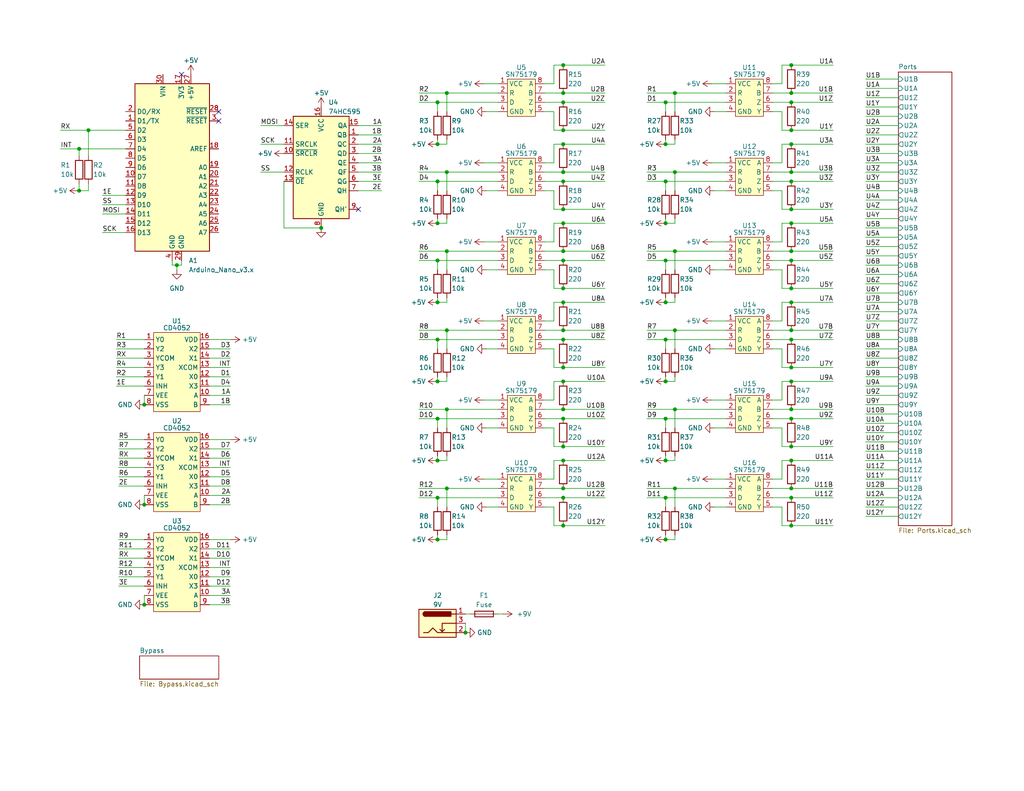
<source format=kicad_sch>
(kicad_sch (version 20230121) (generator eeschema)
  (paper "USLetter")
  (title_block (title "Magnetometer Controller") (date "2024-07-11") (rev "0.1") (company "M Morano"))
  (junction (at 48.26 72.39))
  (junction (at 215.9 121.92))
  (junction (at 181.61 49.53))
  (junction (at 119.38 104.14))
  (junction (at 215.9 57.15))
  (junction (at 153.67 111.76))
  (junction (at 184.15 133.35))
  (junction (at 153.67 121.92))
  (junction (at 21.59 52.07))
  (junction (at 119.38 82.55))
  (junction (at 119.38 71.12))
  (junction (at 87.63 62.23))
  (junction (at 119.38 49.53))
  (junction (at 153.67 143.51))
  (junction (at 153.67 100.33))
  (junction (at 153.67 125.73))
  (junction (at 153.67 25.4))
  (junction (at 215.9 114.3))
  (junction (at 153.67 46.99))
  (junction (at 181.61 27.94))
  (junction (at 153.67 135.89))
  (junction (at 153.67 39.37))
  (junction (at 119.38 135.89))
  (junction (at 119.38 125.73))
  (junction (at 215.9 143.51))
  (junction (at 215.9 111.76))
  (junction (at 153.67 82.55))
  (junction (at 215.9 68.58))
  (junction (at 181.61 114.3))
  (junction (at 39.37 165.1))
  (junction (at 119.38 92.71))
  (junction (at 215.9 100.33))
  (junction (at 119.38 27.94))
  (junction (at 21.59 40.64))
  (junction (at 215.9 92.71))
  (junction (at 153.67 71.12))
  (junction (at 184.15 90.17))
  (junction (at 215.9 133.35))
  (junction (at 184.15 46.99))
  (junction (at 184.15 111.76))
  (junction (at 153.67 49.53))
  (junction (at 119.38 60.96))
  (junction (at 24.13 35.56))
  (junction (at 121.92 111.76))
  (junction (at 153.67 17.78))
  (junction (at 121.92 25.4))
  (junction (at 215.9 35.56))
  (junction (at 215.9 71.12))
  (junction (at 153.67 92.71))
  (junction (at 153.67 27.94))
  (junction (at 215.9 82.55))
  (junction (at 215.9 49.53))
  (junction (at 215.9 25.4))
  (junction (at 121.92 90.17))
  (junction (at 181.61 104.14))
  (junction (at 215.9 39.37))
  (junction (at 153.67 133.35))
  (junction (at 215.9 78.74))
  (junction (at 215.9 27.94))
  (junction (at 153.67 68.58))
  (junction (at 119.38 114.3))
  (junction (at 181.61 92.71))
  (junction (at 215.9 125.73))
  (junction (at 181.61 71.12))
  (junction (at 121.92 68.58))
  (junction (at 153.67 90.17))
  (junction (at 184.15 68.58))
  (junction (at 215.9 17.78))
  (junction (at 153.67 78.74))
  (junction (at 153.67 114.3))
  (junction (at 153.67 60.96))
  (junction (at 181.61 135.89))
  (junction (at 181.61 82.55))
  (junction (at 215.9 60.96))
  (junction (at 215.9 135.89))
  (junction (at 153.67 35.56))
  (junction (at 39.37 137.795))
  (junction (at 184.15 25.4))
  (junction (at 215.9 46.99))
  (junction (at 153.67 57.15))
  (junction (at 181.61 125.73))
  (junction (at 127 172.72))
  (junction (at 39.37 110.49))
  (junction (at 181.61 60.96))
  (junction (at 121.92 133.35))
  (junction (at 181.61 39.37))
  (junction (at 153.67 104.14))
  (junction (at 119.38 147.32))
  (junction (at 215.9 104.14))
  (junction (at 181.61 147.32))
  (junction (at 119.38 39.37))
  (junction (at 121.92 46.99))
  (junction (at 215.9 90.17))
  (no_connect (at 59.69 33.02))
  (no_connect (at 97.79 57.15))
  (no_connect (at 49.53 20.32))
  (no_connect (at 59.69 30.48))
  (wire (pts (xy 132.08 109.22) (xy 135.89 109.22)))
  (wire (pts (xy 181.61 60.96) (xy 181.61 59.69)))
  (wire (pts (xy 215.9 125.73) (xy 227.33 125.73)))
  (wire (pts (xy 184.15 111.76) (xy 184.15 116.84)))
  (wire (pts (xy 245.11 110.49) (xy 236.22 110.49)))
  (wire (pts (xy 215.9 100.33) (xy 227.33 100.33)))
  (wire (pts (xy 24.13 35.56) (xy 24.13 42.545)))
  (wire (pts (xy 210.82 25.4) (xy 215.9 25.4)))
  (wire (pts (xy 213.36 22.86) (xy 213.36 17.78)))
  (wire (pts (xy 121.92 147.32) (xy 119.38 147.32)))
  (wire (pts (xy 153.67 114.3) (xy 165.1 114.3)))
  (wire (pts (xy 245.11 133.35) (xy 236.22 133.35)))
  (wire (pts (xy 119.38 146.05) (xy 119.38 147.32)))
  (wire (pts (xy 57.15 137.795) (xy 62.865 137.795)))
  (wire (pts (xy 213.36 35.56) (xy 215.9 35.56)))
  (wire (pts (xy 114.3 46.99) (xy 121.92 46.99)))
  (wire (pts (xy 194.31 87.63) (xy 198.12 87.63)))
  (wire (pts (xy 210.82 114.3) (xy 215.9 114.3)))
  (wire (pts (xy 210.82 30.48) (xy 213.36 30.48)))
  (wire (pts (xy 57.15 154.94) (xy 62.865 154.94)))
  (wire (pts (xy 121.92 104.14) (xy 119.38 104.14)))
  (wire (pts (xy 119.38 114.3) (xy 119.38 116.84)))
  (wire (pts (xy 57.15 135.255) (xy 62.865 135.255)))
  (wire (pts (xy 176.53 68.58) (xy 184.15 68.58)))
  (wire (pts (xy 148.59 111.76) (xy 153.67 111.76)))
  (wire (pts (xy 71.12 46.99) (xy 77.47 46.99)))
  (wire (pts (xy 213.36 17.78) (xy 215.9 17.78)))
  (wire (pts (xy 132.715 52.07) (xy 135.89 52.07)))
  (wire (pts (xy 151.13 121.92) (xy 153.67 121.92)))
  (wire (pts (xy 151.13 87.63) (xy 151.13 82.55)))
  (wire (pts (xy 32.385 122.555) (xy 39.37 122.555)))
  (wire (pts (xy 184.15 81.28) (xy 184.15 82.55)))
  (wire (pts (xy 148.59 44.45) (xy 151.13 44.45)))
  (wire (pts (xy 245.11 44.45) (xy 236.22 44.45)))
  (wire (pts (xy 213.36 87.63) (xy 213.36 82.55)))
  (wire (pts (xy 245.11 120.65) (xy 236.22 120.65)))
  (wire (pts (xy 132.08 130.81) (xy 135.89 130.81)))
  (wire (pts (xy 153.67 100.33) (xy 165.1 100.33)))
  (wire (pts (xy 181.61 135.89) (xy 198.12 135.89)))
  (wire (pts (xy 31.75 102.87) (xy 39.37 102.87)))
  (wire (pts (xy 153.67 143.51) (xy 165.1 143.51)))
  (wire (pts (xy 31.75 92.71) (xy 39.37 92.71)))
  (wire (pts (xy 245.11 41.91) (xy 236.22 41.91)))
  (wire (pts (xy 148.59 130.81) (xy 151.13 130.81)))
  (wire (pts (xy 57.15 132.715) (xy 62.865 132.715)))
  (wire (pts (xy 121.92 82.55) (xy 119.38 82.55)))
  (wire (pts (xy 32.385 147.32) (xy 39.37 147.32)))
  (wire (pts (xy 31.75 100.33) (xy 39.37 100.33)))
  (wire (pts (xy 32.385 152.4) (xy 39.37 152.4)))
  (wire (pts (xy 181.61 146.05) (xy 181.61 147.32)))
  (wire (pts (xy 32.385 154.94) (xy 39.37 154.94)))
  (wire (pts (xy 121.92 146.05) (xy 121.92 147.32)))
  (wire (pts (xy 57.15 160.02) (xy 62.865 160.02)))
  (wire (pts (xy 48.26 72.39) (xy 49.53 72.39)))
  (wire (pts (xy 32.385 120.015) (xy 39.37 120.015)))
  (wire (pts (xy 210.82 52.07) (xy 213.36 52.07)))
  (wire (pts (xy 97.79 44.45) (xy 104.14 44.45)))
  (wire (pts (xy 176.53 25.4) (xy 184.15 25.4)))
  (wire (pts (xy 215.9 27.94) (xy 227.33 27.94)))
  (wire (pts (xy 215.9 82.55) (xy 227.33 82.55)))
  (wire (pts (xy 77.47 62.23) (xy 87.63 62.23)))
  (wire (pts (xy 121.92 125.73) (xy 119.38 125.73)))
  (wire (pts (xy 215.9 121.92) (xy 227.33 121.92)))
  (wire (pts (xy 148.59 109.22) (xy 151.13 109.22)))
  (wire (pts (xy 121.92 81.28) (xy 121.92 82.55)))
  (wire (pts (xy 57.15 157.48) (xy 62.865 157.48)))
  (wire (pts (xy 119.38 114.3) (xy 135.89 114.3)))
  (wire (pts (xy 148.59 114.3) (xy 153.67 114.3)))
  (wire (pts (xy 176.53 133.35) (xy 184.15 133.35)))
  (wire (pts (xy 184.15 90.17) (xy 184.15 95.25)))
  (wire (pts (xy 57.15 122.555) (xy 62.865 122.555)))
  (wire (pts (xy 153.67 78.74) (xy 165.1 78.74)))
  (wire (pts (xy 148.59 49.53) (xy 153.67 49.53)))
  (wire (pts (xy 176.53 90.17) (xy 184.15 90.17)))
  (wire (pts (xy 210.82 71.12) (xy 215.9 71.12)))
  (wire (pts (xy 119.38 38.1) (xy 119.38 39.37)))
  (wire (pts (xy 194.945 116.84) (xy 198.12 116.84)))
  (wire (pts (xy 194.945 73.66) (xy 198.12 73.66)))
  (wire (pts (xy 49.53 72.39) (xy 49.53 71.12)))
  (wire (pts (xy 245.11 36.83) (xy 236.22 36.83)))
  (wire (pts (xy 215.9 57.15) (xy 227.33 57.15)))
  (wire (pts (xy 184.15 125.73) (xy 184.15 124.46)))
  (wire (pts (xy 210.82 49.53) (xy 215.9 49.53)))
  (wire (pts (xy 245.11 57.15) (xy 236.22 57.15)))
  (wire (pts (xy 148.59 135.89) (xy 153.67 135.89)))
  (wire (pts (xy 46.99 71.12) (xy 46.99 72.39)))
  (wire (pts (xy 151.13 95.25) (xy 151.13 100.33)))
  (wire (pts (xy 119.38 49.53) (xy 135.89 49.53)))
  (wire (pts (xy 210.82 92.71) (xy 215.9 92.71)))
  (wire (pts (xy 245.11 107.95) (xy 236.22 107.95)))
  (wire (pts (xy 245.11 34.29) (xy 236.22 34.29)))
  (wire (pts (xy 245.11 90.17) (xy 236.22 90.17)))
  (wire (pts (xy 210.82 68.58) (xy 215.9 68.58)))
  (wire (pts (xy 176.53 111.76) (xy 184.15 111.76)))
  (wire (pts (xy 119.38 71.12) (xy 119.38 73.66)))
  (wire (pts (xy 181.61 81.28) (xy 181.61 82.55)))
  (wire (pts (xy 181.61 39.37) (xy 181.61 38.1)))
  (wire (pts (xy 97.79 39.37) (xy 104.14 39.37)))
  (wire (pts (xy 184.15 25.4) (xy 184.15 30.48)))
  (wire (pts (xy 71.12 34.29) (xy 77.47 34.29)))
  (wire (pts (xy 27.94 58.42) (xy 34.29 58.42)))
  (wire (pts (xy 24.13 52.07) (xy 24.13 50.165)))
  (wire (pts (xy 114.3 92.71) (xy 119.38 92.71)))
  (wire (pts (xy 181.61 124.46) (xy 181.61 125.73)))
  (wire (pts (xy 215.9 104.14) (xy 227.33 104.14)))
  (wire (pts (xy 181.61 147.32) (xy 184.15 147.32)))
  (wire (pts (xy 151.13 125.73) (xy 153.67 125.73)))
  (wire (pts (xy 213.36 143.51) (xy 215.9 143.51)))
  (wire (pts (xy 119.38 135.89) (xy 119.38 138.43)))
  (wire (pts (xy 213.36 44.45) (xy 213.36 39.37)))
  (wire (pts (xy 210.82 73.66) (xy 213.36 73.66)))
  (wire (pts (xy 184.15 68.58) (xy 198.12 68.58)))
  (wire (pts (xy 119.38 60.96) (xy 121.92 60.96)))
  (wire (pts (xy 210.82 133.35) (xy 215.9 133.35)))
  (wire (pts (xy 121.92 133.35) (xy 121.92 138.43)))
  (wire (pts (xy 119.38 102.87) (xy 119.38 104.14)))
  (wire (pts (xy 215.9 92.71) (xy 227.33 92.71)))
  (wire (pts (xy 114.3 114.3) (xy 119.38 114.3)))
  (wire (pts (xy 119.38 27.94) (xy 135.89 27.94)))
  (wire (pts (xy 57.15 152.4) (xy 62.865 152.4)))
  (wire (pts (xy 194.945 52.07) (xy 198.12 52.07)))
  (wire (pts (xy 148.59 25.4) (xy 153.67 25.4)))
  (wire (pts (xy 132.08 22.86) (xy 135.89 22.86)))
  (wire (pts (xy 151.13 78.74) (xy 153.67 78.74)))
  (wire (pts (xy 245.11 29.21) (xy 236.22 29.21)))
  (wire (pts (xy 121.92 124.46) (xy 121.92 125.73)))
  (wire (pts (xy 97.79 52.07) (xy 104.14 52.07)))
  (wire (pts (xy 245.11 46.99) (xy 236.22 46.99)))
  (wire (pts (xy 148.59 116.84) (xy 151.13 116.84)))
  (wire (pts (xy 181.61 39.37) (xy 184.15 39.37)))
  (wire (pts (xy 57.15 95.25) (xy 62.865 95.25)))
  (wire (pts (xy 213.36 116.84) (xy 213.36 121.92)))
  (wire (pts (xy 148.59 71.12) (xy 153.67 71.12)))
  (wire (pts (xy 97.79 34.29) (xy 104.14 34.29)))
  (wire (pts (xy 213.36 57.15) (xy 215.9 57.15)))
  (wire (pts (xy 151.13 109.22) (xy 151.13 104.14)))
  (wire (pts (xy 194.31 130.81) (xy 198.12 130.81)))
  (wire (pts (xy 32.385 127.635) (xy 39.37 127.635)))
  (wire (pts (xy 57.15 125.095) (xy 62.865 125.095)))
  (wire (pts (xy 184.15 90.17) (xy 198.12 90.17)))
  (wire (pts (xy 57.15 107.95) (xy 62.865 107.95)))
  (wire (pts (xy 213.36 73.66) (xy 213.36 78.74)))
  (wire (pts (xy 215.9 71.12) (xy 227.33 71.12)))
  (wire (pts (xy 27.94 55.88) (xy 34.29 55.88)))
  (wire (pts (xy 194.31 44.45) (xy 198.12 44.45)))
  (wire (pts (xy 16.51 40.64) (xy 21.59 40.64)))
  (wire (pts (xy 245.11 100.33) (xy 236.22 100.33)))
  (wire (pts (xy 181.61 114.3) (xy 181.61 116.84)))
  (wire (pts (xy 215.9 133.35) (xy 227.33 133.35)))
  (wire (pts (xy 151.13 22.86) (xy 151.13 17.78)))
  (wire (pts (xy 114.3 111.76) (xy 121.92 111.76)))
  (wire (pts (xy 121.92 133.35) (xy 135.89 133.35)))
  (wire (pts (xy 210.82 109.22) (xy 213.36 109.22)))
  (wire (pts (xy 153.67 71.12) (xy 165.1 71.12)))
  (wire (pts (xy 181.61 71.12) (xy 198.12 71.12)))
  (wire (pts (xy 245.11 72.39) (xy 236.22 72.39)))
  (wire (pts (xy 245.11 125.73) (xy 236.22 125.73)))
  (wire (pts (xy 114.3 25.4) (xy 121.92 25.4)))
  (wire (pts (xy 132.715 73.66) (xy 135.89 73.66)))
  (wire (pts (xy 245.11 21.59) (xy 236.22 21.59)))
  (wire (pts (xy 210.82 90.17) (xy 215.9 90.17)))
  (wire (pts (xy 121.92 68.58) (xy 121.92 73.66)))
  (wire (pts (xy 245.11 74.93) (xy 236.22 74.93)))
  (wire (pts (xy 31.75 105.41) (xy 39.37 105.41)))
  (wire (pts (xy 121.92 60.96) (xy 121.92 59.69)))
  (wire (pts (xy 21.59 40.64) (xy 34.29 40.64)))
  (wire (pts (xy 132.08 44.45) (xy 135.89 44.45)))
  (wire (pts (xy 151.13 17.78) (xy 153.67 17.78)))
  (wire (pts (xy 210.82 111.76) (xy 215.9 111.76)))
  (wire (pts (xy 245.11 128.27) (xy 236.22 128.27)))
  (wire (pts (xy 62.865 147.32) (xy 57.15 147.32)))
  (wire (pts (xy 153.67 17.78) (xy 165.1 17.78)))
  (wire (pts (xy 176.53 92.71) (xy 181.61 92.71)))
  (wire (pts (xy 151.13 73.66) (xy 151.13 78.74)))
  (wire (pts (xy 114.3 68.58) (xy 121.92 68.58)))
  (wire (pts (xy 213.36 39.37) (xy 215.9 39.37)))
  (wire (pts (xy 215.9 78.74) (xy 227.33 78.74)))
  (wire (pts (xy 153.67 49.53) (xy 165.1 49.53)))
  (wire (pts (xy 148.59 52.07) (xy 151.13 52.07)))
  (wire (pts (xy 148.59 22.86) (xy 151.13 22.86)))
  (wire (pts (xy 153.67 135.89) (xy 165.1 135.89)))
  (wire (pts (xy 184.15 133.35) (xy 184.15 138.43)))
  (wire (pts (xy 213.36 78.74) (xy 215.9 78.74)))
  (wire (pts (xy 21.59 52.07) (xy 24.13 52.07)))
  (wire (pts (xy 181.61 92.71) (xy 198.12 92.71)))
  (wire (pts (xy 151.13 60.96) (xy 153.67 60.96)))
  (wire (pts (xy 245.11 87.63) (xy 236.22 87.63)))
  (wire (pts (xy 184.15 133.35) (xy 198.12 133.35)))
  (wire (pts (xy 31.75 97.79) (xy 39.37 97.79)))
  (wire (pts (xy 148.59 87.63) (xy 151.13 87.63)))
  (wire (pts (xy 215.9 60.96) (xy 227.33 60.96)))
  (wire (pts (xy 132.715 95.25) (xy 135.89 95.25)))
  (wire (pts (xy 213.36 52.07) (xy 213.36 57.15)))
  (wire (pts (xy 62.865 92.71) (xy 57.15 92.71)))
  (wire (pts (xy 57.15 100.33) (xy 62.865 100.33)))
  (wire (pts (xy 245.11 92.71) (xy 236.22 92.71)))
  (wire (pts (xy 27.94 53.34) (xy 34.29 53.34)))
  (wire (pts (xy 151.13 39.37) (xy 153.67 39.37)))
  (wire (pts (xy 148.59 92.71) (xy 153.67 92.71)))
  (wire (pts (xy 153.67 121.92) (xy 165.1 121.92)))
  (wire (pts (xy 114.3 90.17) (xy 121.92 90.17)))
  (wire (pts (xy 114.3 27.94) (xy 119.38 27.94)))
  (wire (pts (xy 97.79 46.99) (xy 104.14 46.99)))
  (wire (pts (xy 245.11 67.31) (xy 236.22 67.31)))
  (wire (pts (xy 57.15 97.79) (xy 62.865 97.79)))
  (wire (pts (xy 184.15 39.37) (xy 184.15 38.1)))
  (wire (pts (xy 184.15 46.99) (xy 198.12 46.99)))
  (wire (pts (xy 121.92 46.99) (xy 135.89 46.99)))
  (wire (pts (xy 245.11 62.23) (xy 236.22 62.23)))
  (wire (pts (xy 153.67 46.99) (xy 165.1 46.99)))
  (wire (pts (xy 245.11 82.55) (xy 236.22 82.55)))
  (wire (pts (xy 213.36 95.25) (xy 213.36 100.33)))
  (wire (pts (xy 215.9 39.37) (xy 227.33 39.37)))
  (wire (pts (xy 57.15 102.87) (xy 62.865 102.87)))
  (wire (pts (xy 21.59 50.165) (xy 21.59 52.07)))
  (wire (pts (xy 27.94 63.5) (xy 34.29 63.5)))
  (wire (pts (xy 245.11 69.85) (xy 236.22 69.85)))
  (wire (pts (xy 215.9 46.99) (xy 227.33 46.99)))
  (wire (pts (xy 213.36 30.48) (xy 213.36 35.56)))
  (wire (pts (xy 245.11 140.97) (xy 236.22 140.97)))
  (wire (pts (xy 181.61 60.96) (xy 184.15 60.96)))
  (wire (pts (xy 114.3 133.35) (xy 121.92 133.35)))
  (wire (pts (xy 77.47 49.53) (xy 77.47 62.23)))
  (wire (pts (xy 215.9 143.51) (xy 227.33 143.51)))
  (wire (pts (xy 148.59 66.04) (xy 151.13 66.04)))
  (wire (pts (xy 215.9 68.58) (xy 227.33 68.58)))
  (wire (pts (xy 194.945 138.43) (xy 198.12 138.43)))
  (wire (pts (xy 132.715 116.84) (xy 135.89 116.84)))
  (wire (pts (xy 97.79 36.83) (xy 104.14 36.83)))
  (wire (pts (xy 32.385 130.175) (xy 39.37 130.175)))
  (wire (pts (xy 121.92 102.87) (xy 121.92 104.14)))
  (wire (pts (xy 245.11 130.81) (xy 236.22 130.81)))
  (wire (pts (xy 245.11 105.41) (xy 236.22 105.41)))
  (wire (pts (xy 127 170.18) (xy 127 172.72)))
  (wire (pts (xy 153.67 92.71) (xy 165.1 92.71)))
  (wire (pts (xy 151.13 104.14) (xy 153.67 104.14)))
  (wire (pts (xy 213.36 125.73) (xy 215.9 125.73)))
  (wire (pts (xy 213.36 109.22) (xy 213.36 104.14)))
  (wire (pts (xy 245.11 123.19) (xy 236.22 123.19)))
  (wire (pts (xy 181.61 125.73) (xy 184.15 125.73)))
  (wire (pts (xy 119.38 27.94) (xy 119.38 30.48)))
  (wire (pts (xy 114.3 49.53) (xy 119.38 49.53)))
  (wire (pts (xy 176.53 114.3) (xy 181.61 114.3)))
  (wire (pts (xy 215.9 35.56) (xy 227.33 35.56)))
  (wire (pts (xy 97.79 41.91) (xy 104.14 41.91)))
  (wire (pts (xy 184.15 104.14) (xy 181.61 104.14)))
  (wire (pts (xy 210.82 46.99) (xy 215.9 46.99)))
  (wire (pts (xy 121.92 38.1) (xy 121.92 39.37)))
  (wire (pts (xy 151.13 116.84) (xy 151.13 121.92)))
  (wire (pts (xy 153.67 27.94) (xy 165.1 27.94)))
  (wire (pts (xy 213.36 60.96) (xy 215.9 60.96)))
  (wire (pts (xy 57.15 130.175) (xy 62.865 130.175)))
  (wire (pts (xy 148.59 90.17) (xy 153.67 90.17)))
  (wire (pts (xy 215.9 135.89) (xy 227.33 135.89)))
  (wire (pts (xy 210.82 130.81) (xy 213.36 130.81)))
  (wire (pts (xy 148.59 73.66) (xy 151.13 73.66)))
  (wire (pts (xy 21.59 40.64) (xy 21.59 42.545)))
  (wire (pts (xy 121.92 68.58) (xy 135.89 68.58)))
  (wire (pts (xy 151.13 138.43) (xy 151.13 143.51)))
  (wire (pts (xy 181.61 71.12) (xy 181.61 73.66)))
  (wire (pts (xy 210.82 66.04) (xy 213.36 66.04)))
  (wire (pts (xy 57.15 110.49) (xy 62.865 110.49)))
  (wire (pts (xy 210.82 22.86) (xy 213.36 22.86)))
  (wire (pts (xy 245.11 77.47) (xy 236.22 77.47)))
  (wire (pts (xy 181.61 102.87) (xy 181.61 104.14)))
  (wire (pts (xy 121.92 111.76) (xy 121.92 116.84)))
  (wire (pts (xy 153.67 111.76) (xy 165.1 111.76)))
  (wire (pts (xy 32.385 149.86) (xy 39.37 149.86)))
  (wire (pts (xy 181.61 49.53) (xy 181.61 52.07)))
  (wire (pts (xy 245.11 95.25) (xy 236.22 95.25)))
  (wire (pts (xy 153.67 25.4) (xy 165.1 25.4)))
  (wire (pts (xy 151.13 66.04) (xy 151.13 60.96)))
  (wire (pts (xy 215.9 17.78) (xy 227.33 17.78)))
  (wire (pts (xy 119.38 124.46) (xy 119.38 125.73)))
  (wire (pts (xy 39.37 135.255) (xy 39.37 137.795)))
  (wire (pts (xy 151.13 143.51) (xy 153.67 143.51)))
  (wire (pts (xy 245.11 24.13) (xy 236.22 24.13)))
  (wire (pts (xy 153.67 57.15) (xy 165.1 57.15)))
  (wire (pts (xy 57.15 105.41) (xy 62.865 105.41)))
  (wire (pts (xy 213.36 121.92) (xy 215.9 121.92)))
  (wire (pts (xy 151.13 35.56) (xy 153.67 35.56)))
  (wire (pts (xy 213.36 104.14) (xy 215.9 104.14)))
  (wire (pts (xy 194.31 66.04) (xy 198.12 66.04)))
  (wire (pts (xy 213.36 100.33) (xy 215.9 100.33)))
  (wire (pts (xy 31.75 95.25) (xy 39.37 95.25)))
  (wire (pts (xy 245.11 97.79) (xy 236.22 97.79)))
  (wire (pts (xy 176.53 71.12) (xy 181.61 71.12)))
  (wire (pts (xy 215.9 90.17) (xy 227.33 90.17)))
  (wire (pts (xy 114.3 71.12) (xy 119.38 71.12)))
  (wire (pts (xy 245.11 54.61) (xy 236.22 54.61)))
  (wire (pts (xy 215.9 114.3) (xy 227.33 114.3)))
  (wire (pts (xy 32.385 132.715) (xy 39.37 132.715)))
  (wire (pts (xy 181.61 135.89) (xy 181.61 138.43)))
  (wire (pts (xy 135.89 167.64) (xy 137.16 167.64)))
  (wire (pts (xy 153.67 35.56) (xy 165.1 35.56)))
  (wire (pts (xy 153.67 104.14) (xy 165.1 104.14)))
  (wire (pts (xy 181.61 92.71) (xy 181.61 95.25)))
  (wire (pts (xy 151.13 82.55) (xy 153.67 82.55)))
  (wire (pts (xy 121.92 25.4) (xy 121.92 30.48)))
  (wire (pts (xy 210.82 138.43) (xy 213.36 138.43)))
  (wire (pts (xy 151.13 57.15) (xy 153.67 57.15)))
  (wire (pts (xy 184.15 147.32) (xy 184.15 146.05)))
  (wire (pts (xy 121.92 46.99) (xy 121.92 52.07)))
  (wire (pts (xy 153.67 60.96) (xy 165.1 60.96)))
  (wire (pts (xy 213.36 66.04) (xy 213.36 60.96)))
  (wire (pts (xy 32.385 125.095) (xy 39.37 125.095)))
  (wire (pts (xy 210.82 116.84) (xy 213.36 116.84)))
  (wire (pts (xy 181.61 27.94) (xy 181.61 30.48)))
  (wire (pts (xy 32.385 160.02) (xy 39.37 160.02)))
  (wire (pts (xy 148.59 68.58) (xy 153.67 68.58)))
  (wire (pts (xy 210.82 27.94) (xy 215.9 27.94)))
  (wire (pts (xy 121.92 111.76) (xy 135.89 111.76)))
  (wire (pts (xy 245.11 113.03) (xy 236.22 113.03)))
  (wire (pts (xy 24.13 35.56) (xy 34.29 35.56)))
  (wire (pts (xy 176.53 27.94) (xy 181.61 27.94)))
  (wire (pts (xy 153.67 82.55) (xy 165.1 82.55)))
  (wire (pts (xy 181.61 49.53) (xy 198.12 49.53)))
  (wire (pts (xy 194.945 95.25) (xy 198.12 95.25)))
  (wire (pts (xy 121.92 39.37) (xy 119.38 39.37)))
  (wire (pts (xy 32.385 157.48) (xy 39.37 157.48)))
  (wire (pts (xy 215.9 111.76) (xy 227.33 111.76)))
  (wire (pts (xy 245.11 85.09) (xy 236.22 85.09)))
  (wire (pts (xy 213.36 138.43) (xy 213.36 143.51)))
  (wire (pts (xy 114.3 135.89) (xy 119.38 135.89)))
  (wire (pts (xy 148.59 138.43) (xy 151.13 138.43)))
  (wire (pts (xy 39.37 162.56) (xy 39.37 165.1)))
  (wire (pts (xy 119.38 92.71) (xy 119.38 95.25)))
  (wire (pts (xy 121.92 90.17) (xy 121.92 95.25)))
  (wire (pts (xy 148.59 95.25) (xy 151.13 95.25)))
  (wire (pts (xy 57.15 127.635) (xy 62.865 127.635)))
  (wire (pts (xy 153.67 125.73) (xy 165.1 125.73)))
  (wire (pts (xy 132.715 138.43) (xy 135.89 138.43)))
  (wire (pts (xy 46.99 72.39) (xy 48.26 72.39)))
  (wire (pts (xy 181.61 27.94) (xy 198.12 27.94)))
  (wire (pts (xy 245.11 138.43) (xy 236.22 138.43)))
  (wire (pts (xy 213.36 130.81) (xy 213.36 125.73)))
  (wire (pts (xy 119.38 71.12) (xy 135.89 71.12)))
  (wire (pts (xy 213.36 82.55) (xy 215.9 82.55)))
  (wire (pts (xy 245.11 59.69) (xy 236.22 59.69)))
  (wire (pts (xy 127 167.64) (xy 128.27 167.64)))
  (wire (pts (xy 151.13 52.07) (xy 151.13 57.15)))
  (wire (pts (xy 176.53 46.99) (xy 184.15 46.99)))
  (wire (pts (xy 176.53 49.53) (xy 181.61 49.53)))
  (wire (pts (xy 153.67 68.58) (xy 165.1 68.58)))
  (wire (pts (xy 184.15 111.76) (xy 198.12 111.76)))
  (wire (pts (xy 97.79 49.53) (xy 104.14 49.53)))
  (wire (pts (xy 132.715 30.48) (xy 135.89 30.48)))
  (wire (pts (xy 119.38 81.28) (xy 119.38 82.55)))
  (wire (pts (xy 121.92 90.17) (xy 135.89 90.17)))
  (wire (pts (xy 215.9 25.4) (xy 227.33 25.4)))
  (wire (pts (xy 39.37 107.95) (xy 39.37 110.49)))
  (wire (pts (xy 57.15 165.1) (xy 62.865 165.1)))
  (wire (pts (xy 57.15 162.56) (xy 62.865 162.56)))
  (wire (pts (xy 151.13 100.33) (xy 153.67 100.33)))
  (wire (pts (xy 148.59 30.48) (xy 151.13 30.48)))
  (wire (pts (xy 132.08 87.63) (xy 135.89 87.63)))
  (wire (pts (xy 71.12 39.37) (xy 77.47 39.37)))
  (wire (pts (xy 151.13 30.48) (xy 151.13 35.56)))
  (wire (pts (xy 16.51 35.56) (xy 24.13 35.56)))
  (wire (pts (xy 245.11 49.53) (xy 236.22 49.53)))
  (wire (pts (xy 153.67 133.35) (xy 165.1 133.35)))
  (wire (pts (xy 119.38 49.53) (xy 119.38 52.07)))
  (wire (pts (xy 194.31 22.86) (xy 198.12 22.86)))
  (wire (pts (xy 184.15 25.4) (xy 198.12 25.4)))
  (wire (pts (xy 194.31 109.22) (xy 198.12 109.22)))
  (wire (pts (xy 184.15 60.96) (xy 184.15 59.69)))
  (wire (pts (xy 245.11 135.89) (xy 236.22 135.89)))
  (wire (pts (xy 184.15 68.58) (xy 184.15 73.66)))
  (wire (pts (xy 153.67 90.17) (xy 165.1 90.17)))
  (wire (pts (xy 119.38 92.71) (xy 135.89 92.71)))
  (wire (pts (xy 151.13 130.81) (xy 151.13 125.73)))
  (wire (pts (xy 210.82 135.89) (xy 215.9 135.89)))
  (wire (pts (xy 245.11 52.07) (xy 236.22 52.07)))
  (wire (pts (xy 215.9 49.53) (xy 227.33 49.53)))
  (wire (pts (xy 245.11 39.37) (xy 236.22 39.37)))
  (wire (pts (xy 132.08 66.04) (xy 135.89 66.04)))
  (wire (pts (xy 245.11 80.01) (xy 236.22 80.01)))
  (wire (pts (xy 194.945 30.48) (xy 198.12 30.48)))
  (wire (pts (xy 184.15 102.87) (xy 184.15 104.14)))
  (wire (pts (xy 176.53 135.89) (xy 181.61 135.89)))
  (wire (pts (xy 245.11 115.57) (xy 236.22 115.57)))
  (wire (pts (xy 57.15 149.86) (xy 62.865 149.86)))
  (wire (pts (xy 210.82 87.63) (xy 213.36 87.63)))
  (wire (pts (xy 245.11 64.77) (xy 236.22 64.77)))
  (wire (pts (xy 245.11 102.87) (xy 236.22 102.87)))
  (wire (pts (xy 245.11 118.11) (xy 236.22 118.11)))
  (wire (pts (xy 245.11 26.67) (xy 236.22 26.67)))
  (wire (pts (xy 148.59 46.99) (xy 153.67 46.99)))
  (wire (pts (xy 184.15 46.99) (xy 184.15 52.07)))
  (wire (pts (xy 119.38 135.89) (xy 135.89 135.89)))
  (wire (pts (xy 184.15 82.55) (xy 181.61 82.55)))
  (wire (pts (xy 210.82 44.45) (xy 213.36 44.45)))
  (wire (pts (xy 151.13 44.45) (xy 151.13 39.37)))
  (wire (pts (xy 148.59 27.94) (xy 153.67 27.94)))
  (wire (pts (xy 121.92 25.4) (xy 135.89 25.4)))
  (wire (pts (xy 62.865 120.015) (xy 57.15 120.015)))
  (wire (pts (xy 245.11 31.75) (xy 236.22 31.75)))
  (wire (pts (xy 181.61 114.3) (xy 198.12 114.3)))
  (wire (pts (xy 48.26 72.39) (xy 48.26 73.66)))
  (wire (pts (xy 119.38 59.69) (xy 119.38 60.96)))
  (wire (pts (xy 210.82 95.25) (xy 213.36 95.25)))
  (wire (pts (xy 148.59 133.35) (xy 153.67 133.35)))
  (wire (pts (xy 153.67 39.37) (xy 165.1 39.37)))
  (label "R8" (at 32.385 127.635 0))
  (label "R10" (at 32.385 157.48 0))
  (label "U4Z" (at 236.22 57.15 0))
  (label "U7Z" (at 236.22 87.63 0))
  (label "R11" (at 176.53 133.35 0))
  (label "D4" (at 114.3 49.53 0))
  (label "U12Y" (at 165.1 143.51 180))
  (label "R3" (at 31.75 95.25 0))
  (label "D9" (at 176.53 114.3 0))
  (label "U8A" (at 236.22 95.25 0))
  (label "U3B" (at 227.33 46.99 180))
  (label "U11B" (at 227.33 133.35 180))
  (label "U3Z" (at 227.33 49.53 180))
  (label "D11" (at 176.53 135.89 0))
  (label "3E" (at 104.14 49.53 180))
  (label "R6" (at 32.385 130.175 0))
  (label "U12B" (at 165.1 133.35 180))
  (label "U1Y" (at 236.22 29.21 0))
  (label "R1" (at 31.75 92.71 0))
  (label "R4" (at 114.3 46.99 0))
  (label "R7" (at 32.385 122.555 0))
  (label "U3B" (at 236.22 41.91 0))
  (label "U5B" (at 236.22 62.23 0))
  (label "U9A" (at 227.33 104.14 180))
  (label "2E" (at 104.14 52.07 180))
  (label "D12" (at 62.865 160.02 180))
  (label "U11B" (at 236.22 123.19 0))
  (label "U9Y" (at 227.33 121.92 180))
  (label "U6Z" (at 165.1 71.12 180))
  (label "D7" (at 176.53 92.71 0))
  (label "1E" (at 31.75 105.41 0))
  (label "MOSI" (at 27.94 58.42 0))
  (label "SCK" (at 71.12 39.37 0))
  (label "D10" (at 114.3 114.3 0))
  (label "D1" (at 62.865 102.87 180))
  (label "D11" (at 62.865 149.86 180))
  (label "U9Z" (at 227.33 114.3 180))
  (label "U2B" (at 165.1 25.4 180))
  (label "U11Z" (at 236.22 128.27 0))
  (label "U10Z" (at 165.1 114.3 180))
  (label "U11Z" (at 227.33 135.89 180))
  (label "U10Y" (at 165.1 121.92 180))
  (label "U11Y" (at 236.22 130.81 0))
  (label "U11Y" (at 227.33 143.51 180))
  (label "U10B" (at 236.22 113.03 0))
  (label "R2" (at 31.75 102.87 0))
  (label "U5Z" (at 236.22 67.31 0))
  (label "U4A" (at 236.22 54.61 0))
  (label "3E" (at 32.385 160.02 0))
  (label "U1A" (at 227.33 17.78 180))
  (label "U6Y" (at 165.1 78.74 180))
  (label "D12" (at 114.3 135.89 0))
  (label "RX" (at 32.385 125.095 0))
  (label "U9B" (at 227.33 111.76 180))
  (label "D5" (at 176.53 71.12 0))
  (label "U8Y" (at 236.22 100.33 0))
  (label "U3Z" (at 236.22 46.99 0))
  (label "U6Z" (at 236.22 77.47 0))
  (label "R12" (at 114.3 133.35 0))
  (label "U2A" (at 165.1 17.78 180))
  (label "U8A" (at 165.1 82.55 180))
  (label "D3" (at 62.865 95.25 180))
  (label "R9" (at 32.385 147.32 0))
  (label "U6B" (at 165.1 68.58 180))
  (label "U2A" (at 236.22 34.29 0))
  (label "U12Y" (at 236.22 140.97 0))
  (label "U12Z" (at 165.1 135.89 180))
  (label "U12A" (at 165.1 125.73 180))
  (label "D4" (at 62.865 105.41 180))
  (label "R10" (at 114.3 111.76 0))
  (label "R11" (at 32.385 149.86 0))
  (label "RX" (at 31.75 97.79 0))
  (label "D10" (at 62.865 152.4 180))
  (label "D1" (at 176.53 27.94 0))
  (label "U1Y" (at 227.33 35.56 180))
  (label "2A" (at 62.865 135.255 180))
  (label "3A" (at 104.14 44.45 180))
  (label "U3A" (at 227.33 39.37 180))
  (label "D2" (at 62.865 97.79 180))
  (label "U5Y" (at 227.33 78.74 180))
  (label "U2Y" (at 165.1 35.56 180))
  (label "U6Y" (at 236.22 80.01 0))
  (label "D6" (at 62.865 125.095 180))
  (label "U3A" (at 236.22 44.45 0))
  (label "U1A" (at 236.22 24.13 0))
  (label "U9A" (at 236.22 105.41 0))
  (label "U1Z" (at 236.22 26.67 0))
  (label "U10A" (at 236.22 115.57 0))
  (label "INT" (at 62.865 100.33 180))
  (label "U10Y" (at 236.22 120.65 0))
  (label "2B" (at 62.865 137.795 180))
  (label "INT" (at 62.865 127.635 180))
  (label "D6" (at 114.3 71.12 0))
  (label "U6A" (at 165.1 60.96 180))
  (label "1B" (at 104.14 36.83 180))
  (label "U8Z" (at 165.1 92.71 180))
  (label "U2Y" (at 236.22 39.37 0))
  (label "U3Y" (at 236.22 49.53 0))
  (label "U12A" (at 236.22 135.89 0))
  (label "D7" (at 62.865 122.555 180))
  (label "U2B" (at 236.22 31.75 0))
  (label "U4B" (at 165.1 46.99 180))
  (label "U12B" (at 236.22 133.35 0))
  (label "1A" (at 104.14 34.29 180))
  (label "2B" (at 104.14 41.91 180))
  (label "RX" (at 32.385 152.4 0))
  (label "MOSI" (at 71.12 34.29 0))
  (label "U2Z" (at 236.22 36.83 0))
  (label "U1B" (at 227.33 25.4 180))
  (label "U5B" (at 227.33 68.58 180))
  (label "U5Y" (at 236.22 69.85 0))
  (label "R8" (at 114.3 90.17 0))
  (label "U10A" (at 165.1 104.14 180))
  (label "U11A" (at 236.22 125.73 0))
  (label "3B" (at 62.865 165.1 180))
  (label "D9" (at 62.865 157.48 180))
  (label "U3Y" (at 227.33 57.15 180))
  (label "R5" (at 32.385 120.015 0))
  (label "2A" (at 104.14 39.37 180))
  (label "U7Y" (at 227.33 100.33 180))
  (label "U6B" (at 236.22 72.39 0))
  (label "U8B" (at 165.1 90.17 180))
  (label "U9B" (at 236.22 102.87 0))
  (label "U5Z" (at 227.33 71.12 180))
  (label "U4B" (at 236.22 52.07 0))
  (label "3A" (at 62.865 162.56 180))
  (label "U12Z" (at 236.22 138.43 0))
  (label "R12" (at 32.385 154.94 0))
  (label "1A" (at 62.865 107.95 180))
  (label "SCK" (at 27.94 63.5 0))
  (label "U7B" (at 227.33 90.17 180))
  (label "D2" (at 114.3 27.94 0))
  (label "U9Y" (at 236.22 110.49 0))
  (label "R2" (at 114.3 25.4 0))
  (label "1B" (at 62.865 110.49 180))
  (label "U1Z" (at 227.33 27.94 180))
  (label "U4Y" (at 165.1 57.15 180))
  (label "R5" (at 176.53 68.58 0))
  (label "D5" (at 62.865 130.175 180))
  (label "U7Y" (at 236.22 90.17 0))
  (label "U10B" (at 165.1 111.76 180))
  (label "U10Z" (at 236.22 118.11 0))
  (label "U7A" (at 236.22 85.09 0))
  (label "U8Z" (at 236.22 97.79 0))
  (label "U7A" (at 227.33 82.55 180))
  (label "U5A" (at 236.22 64.77 0))
  (label "U5A" (at 227.33 60.96 180))
  (label "R7" (at 176.53 90.17 0))
  (label "RX" (at 16.51 35.56 0))
  (label "R3" (at 176.53 46.99 0))
  (label "U7B" (at 236.22 82.55 0))
  (label "D8" (at 62.865 132.715 180))
  (label "D3" (at 176.53 49.53 0))
  (label "R1" (at 176.53 25.4 0))
  (label "INT" (at 16.51 40.64 0))
  (label "U8B" (at 236.22 92.71 0))
  (label "1E" (at 27.94 53.34 0))
  (label "INT" (at 62.865 154.94 180))
  (label "3B" (at 104.14 46.99 180))
  (label "D8" (at 114.3 92.71 0))
  (label "2E" (at 32.385 132.715 0))
  (label "R4" (at 31.75 100.33 0))
  (label "U2Z" (at 165.1 27.94 180))
  (label "U6A" (at 236.22 74.93 0))
  (label "U11A" (at 227.33 125.73 180))
  (label "SS" (at 27.94 55.88 0))
  (label "U8Y" (at 165.1 100.33 180))
  (label "U1B" (at 236.22 21.59 0))
  (label "U7Z" (at 227.33 92.71 180))
  (label "R6" (at 114.3 68.58 0))
  (label "SS" (at 71.12 46.99 0))
  (label "U9Z" (at 236.22 107.95 0))
  (label "U4Z" (at 165.1 49.53 180))
  (label "U4A" (at 165.1 39.37 180))
  (label "R9" (at 176.53 111.76 0))
  (label "U4Y" (at 236.22 59.69 0))
  (symbol (lib_id "power:+5V") (at 181.61 147.32 90) (unit 1)
    (property "Reference" "#PWR018" (effects hide))
    (property "Value" "+5V" (at 178.435 147.32 90) (effects (justify left)))
  )
  (symbol (lib_id "power:+5V") (at 119.38 147.32 90) (unit 1)
    (property "Reference" "#PWR031" (effects hide))
    (property "Value" "+5V" (at 116.205 147.32 90) (effects (justify left)))
  )
  (symbol (lib_id "power:+5V") (at 52.07 20.32 0) (unit 1)
    (property "Reference" "#PWR06" (effects hide))
    (property "Value" "+5V" (at 52.07 16.51 0))
  )
  (symbol (lib_id "Device:R") (at 153.67 21.59 0) (unit 1)
    (property "Reference" "R15" (at 154.94 20.32 0) (effects (justify left)))
    (property "Value" "220" (at 154.94 22.86 0) (effects (justify left)))
    (property "Footprint" "Resistor_SMD:R_0603_1608Metric" (effects hide))
  )
  (symbol (lib_id "Device:R") (at 181.61 77.47 0) (unit 1)
    (property "Reference" "R29" (at 176.53 76.2 0) (effects (justify left)))
    (property "Value" "10k" (at 176.53 78.74 0) (effects (justify left)))
    (property "Footprint" "Resistor_SMD:R_0603_1608Metric" (effects hide))
  )
  (symbol (lib_id "power:+5V") (at 132.08 22.86 90) (unit 1)
    (property "Reference" "#PWR019" (effects hide))
    (property "Value" "+5V" (at 128.905 22.86 90) (effects (justify left)))
  )
  (symbol (lib_id "power:GND") (at 132.715 116.84 270) (unit 1)
    (property "Reference" "#PWR029" (effects hide))
    (property "Value" "GND" (at 129.54 116.84 90) (effects (justify right)))
  )
  (symbol (lib_id "components:SN75179") (at 204.47 134.62 0) (unit 1)
    (property "Reference" "U16" (at 204.47 126.365 0))
    (property "Value" "SN75179" (at 204.47 128.27 0))
    (property "Footprint" "Package_SO:SOIC-8_3.9x4.9mm_P1.27mm" (effects hide))
  )
  (symbol (lib_id "Device:R") (at 184.15 120.65 0) (unit 1)
    (property "Reference" "R37" (at 185.42 119.38 0) (effects (justify left)))
    (property "Value" "10k" (at 185.42 121.92 0) (effects (justify left)))
    (property "Footprint" "Resistor_SMD:R_0603_1608Metric" (effects hide))
  )
  (symbol (lib_id "power:+5V") (at 181.61 60.96 90) (unit 1)
    (property "Reference" "#PWR014" (effects hide))
    (property "Value" "+5V" (at 178.435 60.96 90) (effects (justify left)))
  )
  (symbol (lib_id "power:GND") (at 132.715 30.48 270) (unit 1)
    (property "Reference" "#PWR025" (effects hide))
    (property "Value" "GND" (at 129.54 30.48 90) (effects (justify right)))
  )
  (symbol (lib_id "power:+5V") (at 62.865 120.015 270) (unit 1)
    (property "Reference" "#PWR08" (effects hide))
    (property "Value" "+5V" (at 66.04 120.015 90) (effects (justify left)))
  )
  (symbol (lib_id "Device:R") (at 184.15 99.06 0) (unit 1)
    (property "Reference" "R36" (at 185.42 97.79 0) (effects (justify left)))
    (property "Value" "10k" (at 185.42 100.33 0) (effects (justify left)))
    (property "Footprint" "Resistor_SMD:R_0603_1608Metric" (effects hide))
  )
  (symbol (lib_id "power:GND") (at 194.945 138.43 270) (unit 1)
    (property "Reference" "#PWR048" (effects hide))
    (property "Value" "GND" (at 191.77 138.43 90) (effects (justify right)))
  )
  (symbol (lib_id "Device:R") (at 121.92 77.47 0) (unit 1)
    (property "Reference" "R11" (at 123.19 76.2 0) (effects (justify left)))
    (property "Value" "10k" (at 123.19 78.74 0) (effects (justify left)))
    (property "Footprint" "Resistor_SMD:R_0603_1608Metric" (effects hide))
  )
  (symbol (lib_id "Device:R") (at 215.9 107.95 0) (unit 1)
    (property "Reference" "R47" (at 217.17 106.68 0) (effects (justify left)))
    (property "Value" "220" (at 217.17 109.22 0) (effects (justify left)))
    (property "Footprint" "Resistor_SMD:R_0603_1608Metric" (effects hide))
  )
  (symbol (lib_id "power:GND") (at 132.715 52.07 270) (unit 1)
    (property "Reference" "#PWR026" (effects hide))
    (property "Value" "GND" (at 129.54 52.07 90) (effects (justify right)))
  )
  (symbol (lib_id "Device:R") (at 184.15 34.29 0) (unit 1)
    (property "Reference" "R33" (at 185.42 33.02 0) (effects (justify left)))
    (property "Value" "10k" (at 185.42 35.56 0) (effects (justify left)))
    (property "Footprint" "Resistor_SMD:R_0603_1608Metric" (effects hide))
  )
  (symbol (lib_id "MCU_Module:Arduino_Nano_v3.x") (at 46.99 45.72 0) (unit 1)
    (property "Reference" "A1" (at 51.4859 71.12 0) (effects (justify left)))
    (property "Value" "Arduino_Nano_v3.x" (at 51.4859 73.66 0) (effects (justify left)))
    (property "Footprint" "Module:Arduino_Nano" (effects hide))
    (property "Datasheet" "http://www.mouser.com/pdfdocs/Gravitech_Arduino_Nano3_0.pdf" (effects hide))
  )
  (symbol (lib_id "components:SN75179") (at 204.47 113.03 0) (unit 1)
    (property "Reference" "U15" (at 204.47 104.775 0))
    (property "Value" "SN75179" (at 204.47 106.68 0))
    (property "Footprint" "Package_SO:SOIC-8_3.9x4.9mm_P1.27mm" (effects hide))
  )
  (symbol (lib_id "Device:R") (at 215.9 129.54 0) (unit 1)
    (property "Reference" "R49" (at 217.17 128.27 0) (effects (justify left)))
    (property "Value" "220" (at 217.17 130.81 0) (effects (justify left)))
    (property "Footprint" "Resistor_SMD:R_0603_1608Metric" (effects hide))
  )
  (symbol (lib_id "power:GND") (at 127 172.72 90) (unit 1)
    (property "Reference" "#PWR077" (effects hide))
    (property "Value" "GND" (at 130.175 172.72 90) (effects (justify right)))
  )
  (symbol (lib_id "Device:R") (at 184.15 142.24 0) (unit 1)
    (property "Reference" "R38" (at 185.42 140.97 0) (effects (justify left)))
    (property "Value" "10k" (at 185.42 143.51 0) (effects (justify left)))
    (property "Footprint" "Resistor_SMD:R_0603_1608Metric" (effects hide))
  )
  (symbol (lib_id "Device:R") (at 181.61 99.06 0) (unit 1)
    (property "Reference" "R30" (at 176.53 97.79 0) (effects (justify left)))
    (property "Value" "10k" (at 176.53 100.33 0) (effects (justify left)))
    (property "Footprint" "Resistor_SMD:R_0603_1608Metric" (effects hide))
  )
  (symbol (lib_id "Device:R") (at 153.67 53.34 0) (unit 1)
    (property "Reference" "R18" (at 154.94 52.07 0) (effects (justify left)))
    (property "Value" "220" (at 154.94 54.61 0) (effects (justify left)))
    (property "Footprint" "Resistor_SMD:R_0603_1608Metric" (effects hide))
  )
  (symbol (lib_id "power:GND") (at 194.945 116.84 270) (unit 1)
    (property "Reference" "#PWR047" (effects hide))
    (property "Value" "GND" (at 191.77 116.84 90) (effects (justify right)))
  )
  (symbol (lib_id "components:CD4052") (at 48.26 101.6 0) (unit 1)
    (property "Reference" "U1" (at 48.26 87.63 0))
    (property "Value" "CD4052" (at 48.26 89.535 0))
    (property "Footprint" "Package_SO:SOIC-16_3.9x9.9mm_P1.27mm" (effects hide))
  )
  (symbol (lib_id "power:+5V") (at 87.63 29.21 0) (unit 1)
    (property "Reference" "#PWR011" (effects hide))
    (property "Value" "+5V" (at 87.63 25.4 0))
  )
  (symbol (lib_id "Device:R") (at 215.9 96.52 0) (unit 1)
    (property "Reference" "R46" (at 217.17 95.25 0) (effects (justify left)))
    (property "Value" "220" (at 217.17 97.79 0) (effects (justify left)))
    (property "Footprint" "Resistor_SMD:R_0603_1608Metric" (effects hide))
  )
  (symbol (lib_id "components:CD4052") (at 48.26 156.21 0) (unit 1)
    (property "Reference" "U3" (at 48.26 142.24 0))
    (property "Value" "CD4052" (at 48.26 144.145 0))
    (property "Footprint" "Package_SO:SOIC-16_3.9x9.9mm_P1.27mm" (effects hide))
  )
  (symbol (lib_id "power:+5V") (at 194.31 87.63 90) (unit 1)
    (property "Reference" "#PWR040" (effects hide))
    (property "Value" "+5V" (at 191.135 87.63 90) (effects (justify left)))
  )
  (symbol (lib_id "power:+5V") (at 194.31 130.81 90) (unit 1)
    (property "Reference" "#PWR042" (effects hide))
    (property "Value" "+5V" (at 191.135 130.81 90) (effects (justify left)))
  )
  (symbol (lib_id "Device:R") (at 153.67 31.75 0) (unit 1)
    (property "Reference" "R16" (at 154.94 30.48 0) (effects (justify left)))
    (property "Value" "220" (at 154.94 33.02 0) (effects (justify left)))
    (property "Footprint" "Resistor_SMD:R_0603_1608Metric" (effects hide))
  )
  (symbol (lib_id "Device:R") (at 181.61 142.24 0) (unit 1)
    (property "Reference" "R32" (at 176.53 140.97 0) (effects (justify left)))
    (property "Value" "10k" (at 176.53 143.51 0) (effects (justify left)))
    (property "Footprint" "Resistor_SMD:R_0603_1608Metric" (effects hide))
  )
  (symbol (lib_id "power:+5V") (at 77.47 41.91 90) (unit 1)
    (property "Reference" "#PWR010" (effects hide))
    (property "Value" "+5V" (at 74.295 41.91 90) (effects (justify left)))
  )
  (symbol (lib_id "Connector:Barrel_Jack_Switch") (at 119.38 170.18 0) (unit 1)
    (property "Reference" "J2" (at 119.38 162.56 0))
    (property "Value" "9V" (at 119.38 165.1 0))
    (property "Footprint" "components:CUI_PJ-002BH" (effects hide))
  )
  (symbol (lib_id "power:+5V") (at 132.08 130.81 90) (unit 1)
    (property "Reference" "#PWR024" (effects hide))
    (property "Value" "+5V" (at 128.905 130.81 90) (effects (justify left)))
  )
  (symbol (lib_id "Device:R") (at 181.61 34.29 0) (unit 1)
    (property "Reference" "R27" (at 176.53 33.02 0) (effects (justify left)))
    (property "Value" "10k" (at 176.53 35.56 0) (effects (justify left)))
    (property "Footprint" "Resistor_SMD:R_0603_1608Metric" (effects hide))
  )
  (symbol (lib_id "Device:R") (at 215.9 64.77 0) (unit 1)
    (property "Reference" "R43" (at 217.17 63.5 0) (effects (justify left)))
    (property "Value" "220" (at 217.17 66.04 0) (effects (justify left)))
    (property "Footprint" "Resistor_SMD:R_0603_1608Metric" (effects hide))
  )
  (symbol (lib_id "Device:Fuse") (at 132.08 167.64 90) (unit 1)
    (property "Reference" "F1" (at 132.08 162.56 90))
    (property "Value" "Fuse" (at 132.08 165.1 90))
    (property "Footprint" "components:0031.7701.22" (effects hide))
  )
  (symbol (lib_id "Device:R") (at 119.38 99.06 0) (unit 1)
    (property "Reference" "R6" (at 114.3 97.79 0) (effects (justify left)))
    (property "Value" "10k" (at 114.3 100.33 0) (effects (justify left)))
    (property "Footprint" "Resistor_SMD:R_0603_1608Metric" (effects hide))
  )
  (symbol (lib_id "power:GND") (at 194.945 95.25 270) (unit 1)
    (property "Reference" "#PWR046" (effects hide))
    (property "Value" "GND" (at 191.77 95.25 90) (effects (justify right)))
  )
  (symbol (lib_id "Device:R") (at 153.67 118.11 0) (unit 1)
    (property "Reference" "R24" (at 154.94 116.84 0) (effects (justify left)))
    (property "Value" "220" (at 154.94 119.38 0) (effects (justify left)))
    (property "Footprint" "Resistor_SMD:R_0603_1608Metric" (effects hide))
  )
  (symbol (lib_id "components:SN75179") (at 142.24 91.44 0) (unit 1)
    (property "Reference" "U8" (at 142.24 83.185 0))
    (property "Value" "SN75179" (at 142.24 85.09 0))
    (property "Footprint" "Package_SO:SOIC-8_3.9x4.9mm_P1.27mm" (effects hide))
  )
  (symbol (lib_id "power:+5V") (at 181.61 39.37 90) (unit 1)
    (property "Reference" "#PWR013" (effects hide))
    (property "Value" "+5V" (at 178.435 39.37 90) (effects (justify left)))
  )
  (symbol (lib_id "Device:R") (at 181.61 120.65 0) (unit 1)
    (property "Reference" "R31" (at 176.53 119.38 0) (effects (justify left)))
    (property "Value" "10k" (at 176.53 121.92 0) (effects (justify left)))
    (property "Footprint" "Resistor_SMD:R_0603_1608Metric" (effects hide))
  )
  (symbol (lib_id "power:+5V") (at 119.38 82.55 90) (unit 1)
    (property "Reference" "#PWR034" (effects hide))
    (property "Value" "+5V" (at 116.205 82.55 90) (effects (justify left)))
  )
  (symbol (lib_id "components:SN75179") (at 142.24 113.03 0) (unit 1)
    (property "Reference" "U9" (at 142.24 104.775 0))
    (property "Value" "SN75179" (at 142.24 106.68 0))
    (property "Footprint" "Package_SO:SOIC-8_3.9x4.9mm_P1.27mm" (effects hide))
  )
  (symbol (lib_id "power:+5V") (at 119.38 104.14 90) (unit 1)
    (property "Reference" "#PWR033" (effects hide))
    (property "Value" "+5V" (at 116.205 104.14 90) (effects (justify left)))
  )
  (symbol (lib_id "74xx:74HC595") (at 87.63 44.45 0) (unit 1)
    (property "Reference" "U4" (at 89.5859 27.94 0) (effects (justify left)))
    (property "Value" "74HC595" (at 89.5859 30.48 0) (effects (justify left)))
    (property "Footprint" "Package_SO:SOIC-16_3.9x9.9mm_P1.27mm" (effects hide))
    (property "Datasheet" "http://www.ti.com/lit/ds/symlink/sn74hc595.pdf" (effects hide))
  )
  (symbol (lib_id "power:GND") (at 39.37 137.795 270) (unit 1)
    (property "Reference" "#PWR03" (effects hide))
    (property "Value" "GND" (at 36.195 137.795 90) (effects (justify right)))
  )
  (symbol (lib_id "power:+5V") (at 181.61 104.14 90) (unit 1)
    (property "Reference" "#PWR016" (effects hide))
    (property "Value" "+5V" (at 178.435 104.14 90) (effects (justify left)))
  )
  (symbol (lib_id "power:+5V") (at 132.08 109.22 90) (unit 1)
    (property "Reference" "#PWR023" (effects hide))
    (property "Value" "+5V" (at 128.905 109.22 90) (effects (justify left)))
  )
  (symbol (lib_id "power:+5V") (at 194.31 44.45 90) (unit 1)
    (property "Reference" "#PWR038" (effects hide))
    (property "Value" "+5V" (at 191.135 44.45 90) (effects (justify left)))
  )
  (symbol (lib_id "Device:R") (at 215.9 31.75 0) (unit 1)
    (property "Reference" "R40" (at 217.17 30.48 0) (effects (justify left)))
    (property "Value" "220" (at 217.17 33.02 0) (effects (justify left)))
    (property "Footprint" "Resistor_SMD:R_0603_1608Metric" (effects hide))
  )
  (symbol (lib_id "power:+5V") (at 132.08 66.04 90) (unit 1)
    (property "Reference" "#PWR021" (effects hide))
    (property "Value" "+5V" (at 128.905 66.04 90) (effects (justify left)))
  )
  (symbol (lib_id "Device:R") (at 215.9 139.7 0) (unit 1)
    (property "Reference" "R50" (at 217.17 138.43 0) (effects (justify left)))
    (property "Value" "220" (at 217.17 140.97 0) (effects (justify left)))
    (property "Footprint" "Resistor_SMD:R_0603_1608Metric" (effects hide))
  )
  (symbol (lib_id "Device:R") (at 153.67 43.18 0) (unit 1)
    (property "Reference" "R17" (at 154.94 41.91 0) (effects (justify left)))
    (property "Value" "220" (at 154.94 44.45 0) (effects (justify left)))
    (property "Footprint" "Resistor_SMD:R_0603_1608Metric" (effects hide))
  )
  (symbol (lib_id "power:+5V") (at 62.865 147.32 270) (unit 1)
    (property "Reference" "#PWR09" (effects hide))
    (property "Value" "+5V" (at 66.04 147.32 90) (effects (justify left)))
  )
  (symbol (lib_id "Device:R") (at 153.67 96.52 0) (unit 1)
    (property "Reference" "R22" (at 154.94 95.25 0) (effects (justify left)))
    (property "Value" "220" (at 154.94 97.79 0) (effects (justify left)))
    (property "Footprint" "Resistor_SMD:R_0603_1608Metric" (effects hide))
  )
  (symbol (lib_id "power:GND") (at 48.26 73.66 0) (unit 1)
    (property "Reference" "#PWR05" (effects hide))
    (property "Value" "GND" (at 48.26 78.74 0))
  )
  (symbol (lib_id "power:+5V") (at 194.31 109.22 90) (unit 1)
    (property "Reference" "#PWR041" (effects hide))
    (property "Value" "+5V" (at 191.135 109.22 90) (effects (justify left)))
  )
  (symbol (lib_id "components:SN75179") (at 142.24 26.67 0) (unit 1)
    (property "Reference" "U5" (at 142.24 18.415 0))
    (property "Value" "SN75179" (at 142.24 20.32 0))
    (property "Footprint" "Package_SO:SOIC-8_3.9x4.9mm_P1.27mm" (effects hide))
  )
  (symbol (lib_id "power:+5V") (at 119.38 60.96 90) (unit 1)
    (property "Reference" "#PWR035" (effects hide))
    (property "Value" "+5V" (at 116.205 60.96 90) (effects (justify left)))
  )
  (symbol (lib_id "Device:R") (at 181.61 55.88 0) (unit 1)
    (property "Reference" "R28" (at 176.53 54.61 0) (effects (justify left)))
    (property "Value" "10k" (at 176.53 57.15 0) (effects (justify left)))
    (property "Footprint" "Resistor_SMD:R_0603_1608Metric" (effects hide))
  )
  (symbol (lib_id "Device:R") (at 121.92 99.06 0) (unit 1)
    (property "Reference" "R12" (at 123.19 97.79 0) (effects (justify left)))
    (property "Value" "10k" (at 123.19 100.33 0) (effects (justify left)))
    (property "Footprint" "Resistor_SMD:R_0603_1608Metric" (effects hide))
  )
  (symbol (lib_id "power:+9V") (at 137.16 167.64 270) (unit 1)
    (property "Reference" "#PWR076" (effects hide))
    (property "Value" "+9V" (at 140.97 167.64 90) (effects (justify left)))
  )
  (symbol (lib_id "Device:R") (at 119.38 55.88 0) (unit 1)
    (property "Reference" "R4" (at 114.3 54.61 0) (effects (justify left)))
    (property "Value" "10k" (at 114.3 57.15 0) (effects (justify left)))
    (property "Footprint" "Resistor_SMD:R_0603_1608Metric" (effects hide))
  )
  (symbol (lib_id "components:SN75179") (at 204.47 26.67 0) (unit 1)
    (property "Reference" "U11" (at 204.47 18.415 0))
    (property "Value" "SN75179" (at 204.47 20.32 0))
    (property "Footprint" "Package_SO:SOIC-8_3.9x4.9mm_P1.27mm" (effects hide))
  )
  (symbol (lib_id "power:+5V") (at 132.08 87.63 90) (unit 1)
    (property "Reference" "#PWR022" (effects hide))
    (property "Value" "+5V" (at 128.905 87.63 90) (effects (justify left)))
  )
  (symbol (lib_id "Device:R") (at 153.67 74.93 0) (unit 1)
    (property "Reference" "R20" (at 154.94 73.66 0) (effects (justify left)))
    (property "Value" "220" (at 154.94 76.2 0) (effects (justify left)))
    (property "Footprint" "Resistor_SMD:R_0603_1608Metric" (effects hide))
  )
  (symbol (lib_id "power:+5V") (at 119.38 125.73 90) (unit 1)
    (property "Reference" "#PWR032" (effects hide))
    (property "Value" "+5V" (at 116.205 125.73 90) (effects (justify left)))
  )
  (symbol (lib_id "Device:R") (at 215.9 21.59 0) (unit 1)
    (property "Reference" "R39" (at 217.17 20.32 0) (effects (justify left)))
    (property "Value" "220" (at 217.17 22.86 0) (effects (justify left)))
    (property "Footprint" "Resistor_SMD:R_0603_1608Metric" (effects hide))
  )
  (symbol (lib_id "components:CD4052") (at 48.26 128.905 0) (unit 1)
    (property "Reference" "U2" (at 48.26 114.935 0))
    (property "Value" "CD4052" (at 48.26 116.84 0))
    (property "Footprint" "Package_SO:SOIC-16_3.9x9.9mm_P1.27mm" (effects hide))
  )
  (symbol (lib_id "Device:R") (at 215.9 86.36 0) (unit 1)
    (property "Reference" "R45" (at 217.17 85.09 0) (effects (justify left)))
    (property "Value" "220" (at 217.17 87.63 0) (effects (justify left)))
    (property "Footprint" "Resistor_SMD:R_0603_1608Metric" (effects hide))
  )
  (symbol (lib_id "Device:R") (at 119.38 142.24 0) (unit 1)
    (property "Reference" "R8" (at 114.3 140.97 0) (effects (justify left)))
    (property "Value" "10k" (at 114.3 143.51 0) (effects (justify left)))
    (property "Footprint" "Resistor_SMD:R_0603_1608Metric" (effects hide))
  )
  (symbol (lib_id "power:+5V") (at 62.865 92.71 270) (unit 1)
    (property "Reference" "#PWR07" (effects hide))
    (property "Value" "+5V" (at 66.04 92.71 90) (effects (justify left)))
  )
  (symbol (lib_id "Device:R") (at 119.38 77.47 0) (unit 1)
    (property "Reference" "R5" (at 114.3 76.2 0) (effects (justify left)))
    (property "Value" "10k" (at 114.3 78.74 0) (effects (justify left)))
    (property "Footprint" "Resistor_SMD:R_0603_1608Metric" (effects hide))
  )
  (symbol (lib_id "power:GND") (at 194.945 30.48 270) (unit 1)
    (property "Reference" "#PWR043" (effects hide))
    (property "Value" "GND" (at 191.77 30.48 90) (effects (justify right)))
  )
  (symbol (lib_id "Device:R") (at 184.15 55.88 0) (unit 1)
    (property "Reference" "R34" (at 185.42 54.61 0) (effects (justify left)))
    (property "Value" "10k" (at 185.42 57.15 0) (effects (justify left)))
    (property "Footprint" "Resistor_SMD:R_0603_1608Metric" (effects hide))
  )
  (symbol (lib_id "components:SN75179") (at 142.24 48.26 0) (unit 1)
    (property "Reference" "U6" (at 142.24 40.005 0))
    (property "Value" "SN75179" (at 142.24 41.91 0))
    (property "Footprint" "Package_SO:SOIC-8_3.9x4.9mm_P1.27mm" (effects hide))
  )
  (symbol (lib_id "Device:R") (at 215.9 74.93 0) (unit 1)
    (property "Reference" "R44" (at 217.17 73.66 0) (effects (justify left)))
    (property "Value" "220" (at 217.17 76.2 0) (effects (justify left)))
    (property "Footprint" "Resistor_SMD:R_0603_1608Metric" (effects hide))
  )
  (symbol (lib_id "power:GND") (at 39.37 110.49 270) (unit 1)
    (property "Reference" "#PWR02" (effects hide))
    (property "Value" "GND" (at 36.195 110.49 90) (effects (justify right)))
  )
  (symbol (lib_id "Device:R") (at 153.67 107.95 0) (unit 1)
    (property "Reference" "R23" (at 154.94 106.68 0) (effects (justify left)))
    (property "Value" "220" (at 154.94 109.22 0) (effects (justify left)))
    (property "Footprint" "Resistor_SMD:R_0603_1608Metric" (effects hide))
  )
  (symbol (lib_id "Device:R") (at 121.92 120.65 0) (unit 1)
    (property "Reference" "R13" (at 123.19 119.38 0) (effects (justify left)))
    (property "Value" "10k" (at 123.19 121.92 0) (effects (justify left)))
    (property "Footprint" "Resistor_SMD:R_0603_1608Metric" (effects hide))
  )
  (symbol (lib_id "components:SN75179") (at 142.24 134.62 0) (unit 1)
    (property "Reference" "U10" (at 142.24 126.365 0))
    (property "Value" "SN75179" (at 142.24 128.27 0))
    (property "Footprint" "Package_SO:SOIC-8_3.9x4.9mm_P1.27mm" (effects hide))
  )
  (symbol (lib_id "components:SN75179") (at 204.47 69.85 0) (unit 1)
    (property "Reference" "U13" (at 204.47 61.595 0))
    (property "Value" "SN75179" (at 204.47 63.5 0))
    (property "Footprint" "Package_SO:SOIC-8_3.9x4.9mm_P1.27mm" (effects hide))
  )
  (symbol (lib_id "Device:R") (at 121.92 34.29 0) (unit 1)
    (property "Reference" "R9" (at 123.19 33.02 0) (effects (justify left)))
    (property "Value" "10k" (at 123.19 35.56 0) (effects (justify left)))
    (property "Footprint" "Resistor_SMD:R_0603_1608Metric" (effects hide))
  )
  (symbol (lib_id "components:SN75179") (at 142.24 69.85 0) (unit 1)
    (property "Reference" "U7" (at 142.24 61.595 0))
    (property "Value" "SN75179" (at 142.24 63.5 0))
    (property "Footprint" "Package_SO:SOIC-8_3.9x4.9mm_P1.27mm" (effects hide))
  )
  (symbol (lib_id "power:+5V") (at 119.38 39.37 90) (unit 1)
    (property "Reference" "#PWR036" (effects hide))
    (property "Value" "+5V" (at 116.205 39.37 90) (effects (justify left)))
  )
  (symbol (lib_id "Device:R") (at 119.38 34.29 0) (unit 1)
    (property "Reference" "R3" (at 114.3 33.02 0) (effects (justify left)))
    (property "Value" "10k" (at 114.3 35.56 0) (effects (justify left)))
    (property "Footprint" "Resistor_SMD:R_0603_1608Metric" (effects hide))
  )
  (symbol (lib_id "Device:R") (at 153.67 129.54 0) (unit 1)
    (property "Reference" "R25" (at 154.94 128.27 0) (effects (justify left)))
    (property "Value" "220" (at 154.94 130.81 0) (effects (justify left)))
    (property "Footprint" "Resistor_SMD:R_0603_1608Metric" (effects hide))
  )
  (symbol (lib_id "power:GND") (at 132.715 95.25 270) (unit 1)
    (property "Reference" "#PWR028" (effects hide))
    (property "Value" "GND" (at 129.54 95.25 90) (effects (justify right)))
  )
  (symbol (lib_id "Device:R") (at 121.92 55.88 0) (unit 1)
    (property "Reference" "R10" (at 123.19 54.61 0) (effects (justify left)))
    (property "Value" "10k" (at 123.19 57.15 0) (effects (justify left)))
    (property "Footprint" "Resistor_SMD:R_0603_1608Metric" (effects hide))
  )
  (symbol (lib_id "power:GND") (at 194.945 52.07 270) (unit 1)
    (property "Reference" "#PWR044" (effects hide))
    (property "Value" "GND" (at 191.77 52.07 90) (effects (justify right)))
  )
  (symbol (lib_id "power:GND") (at 132.715 138.43 270) (unit 1)
    (property "Reference" "#PWR030" (effects hide))
    (property "Value" "GND" (at 129.54 138.43 90) (effects (justify right)))
  )
  (symbol (lib_id "power:GND") (at 87.63 62.23 0) (unit 1)
    (property "Reference" "#PWR012" (effects hide))
    (property "Value" "GND" (effects hide))
  )
  (symbol (lib_id "power:GND") (at 132.715 73.66 270) (unit 1)
    (property "Reference" "#PWR027" (effects hide))
    (property "Value" "GND" (at 129.54 73.66 90) (effects (justify right)))
  )
  (symbol (lib_id "power:+5V") (at 194.31 66.04 90) (unit 1)
    (property "Reference" "#PWR039" (effects hide))
    (property "Value" "+5V" (at 191.135 66.04 90) (effects (justify left)))
  )
  (symbol (lib_id "Device:R") (at 184.15 77.47 0) (unit 1)
    (property "Reference" "R35" (at 185.42 76.2 0) (effects (justify left)))
    (property "Value" "10k" (at 185.42 78.74 0) (effects (justify left)))
    (property "Footprint" "Resistor_SMD:R_0603_1608Metric" (effects hide))
  )
  (symbol (lib_id "power:+5V") (at 181.61 125.73 90) (unit 1)
    (property "Reference" "#PWR017" (effects hide))
    (property "Value" "+5V" (at 178.435 125.73 90) (effects (justify left)))
  )
  (symbol (lib_id "power:+5V") (at 181.61 82.55 90) (unit 1)
    (property "Reference" "#PWR015" (effects hide))
    (property "Value" "+5V" (at 178.435 82.55 90) (effects (justify left)))
  )
  (symbol (lib_id "Device:R") (at 21.59 46.355 0) (unit 1)
    (property "Reference" "R1" (at 16.51 45.085 0) (effects (justify left)))
    (property "Value" "10k" (at 16.51 47.625 0) (effects (justify left)))
    (property "Footprint" "Resistor_SMD:R_0603_1608Metric" (effects hide))
  )
  (symbol (lib_id "Device:R") (at 153.67 86.36 0) (unit 1)
    (property "Reference" "R21" (at 154.94 85.09 0) (effects (justify left)))
    (property "Value" "220" (at 154.94 87.63 0) (effects (justify left)))
    (property "Footprint" "Resistor_SMD:R_0603_1608Metric" (effects hide))
  )
  (symbol (lib_id "power:+5V") (at 21.59 52.07 90) (unit 1)
    (property "Reference" "#PWR01" (effects hide))
    (property "Value" "+5V" (at 18.415 52.07 90) (effects (justify left)))
  )
  (symbol (lib_id "Device:R") (at 153.67 64.77 0) (unit 1)
    (property "Reference" "R19" (at 154.94 63.5 0) (effects (justify left)))
    (property "Value" "220" (at 154.94 66.04 0) (effects (justify left)))
    (property "Footprint" "Resistor_SMD:R_0603_1608Metric" (effects hide))
  )
  (symbol (lib_id "power:GND") (at 194.945 73.66 270) (unit 1)
    (property "Reference" "#PWR045" (effects hide))
    (property "Value" "GND" (at 191.77 73.66 90) (effects (justify right)))
  )
  (symbol (lib_id "Device:R") (at 121.92 142.24 0) (unit 1)
    (property "Reference" "R14" (at 123.19 140.97 0) (effects (justify left)))
    (property "Value" "10k" (at 123.19 143.51 0) (effects (justify left)))
    (property "Footprint" "Resistor_SMD:R_0603_1608Metric" (effects hide))
  )
  (symbol (lib_id "Device:R") (at 215.9 118.11 0) (unit 1)
    (property "Reference" "R48" (at 217.17 116.84 0) (effects (justify left)))
    (property "Value" "220" (at 217.17 119.38 0) (effects (justify left)))
    (property "Footprint" "Resistor_SMD:R_0603_1608Metric" (effects hide))
  )
  (symbol (lib_id "components:SN75179") (at 204.47 91.44 0) (unit 1)
    (property "Reference" "U14" (at 204.47 83.185 0))
    (property "Value" "SN75179" (at 204.47 85.09 0))
    (property "Footprint" "Package_SO:SOIC-8_3.9x4.9mm_P1.27mm" (effects hide))
  )
  (symbol (lib_id "power:+5V") (at 132.08 44.45 90) (unit 1)
    (property "Reference" "#PWR020" (effects hide))
    (property "Value" "+5V" (at 128.905 44.45 90) (effects (justify left)))
  )
  (symbol (lib_id "Device:R") (at 153.67 139.7 0) (unit 1)
    (property "Reference" "R26" (at 154.94 138.43 0) (effects (justify left)))
    (property "Value" "220" (at 154.94 140.97 0) (effects (justify left)))
    (property "Footprint" "Resistor_SMD:R_0603_1608Metric" (effects hide))
  )
  (symbol (lib_id "power:+5V") (at 194.31 22.86 90) (unit 1)
    (property "Reference" "#PWR037" (effects hide))
    (property "Value" "+5V" (at 191.135 22.86 90) (effects (justify left)))
  )
  (symbol (lib_id "Device:R") (at 24.13 46.355 0) (unit 1)
    (property "Reference" "R2" (at 25.4 45.085 0) (effects (justify left)))
    (property "Value" "10k" (at 25.4 47.625 0) (effects (justify left)))
    (property "Footprint" "Resistor_SMD:R_0603_1608Metric" (effects hide))
  )
  (symbol (lib_id "Device:R") (at 215.9 53.34 0) (unit 1)
    (property "Reference" "R42" (at 217.17 52.07 0) (effects (justify left)))
    (property "Value" "220" (at 217.17 54.61 0) (effects (justify left)))
    (property "Footprint" "Resistor_SMD:R_0603_1608Metric" (effects hide))
  )
  (symbol (lib_id "power:GND") (at 39.37 165.1 270) (unit 1)
    (property "Reference" "#PWR04" (effects hide))
    (property "Value" "GND" (at 36.195 165.1 90) (effects (justify right)))
  )
  (symbol (lib_id "components:SN75179") (at 204.47 48.26 0) (unit 1)
    (property "Reference" "U12" (at 204.47 40.005 0))
    (property "Value" "SN75179" (at 204.47 41.91 0))
    (property "Footprint" "Package_SO:SOIC-8_3.9x4.9mm_P1.27mm" (effects hide))
  )
  (symbol (lib_id "Device:R") (at 119.38 120.65 0) (unit 1)
    (property "Reference" "R7" (at 114.3 119.38 0) (effects (justify left)))
    (property "Value" "10k" (at 114.3 121.92 0) (effects (justify left)))
    (property "Footprint" "Resistor_SMD:R_0603_1608Metric" (effects hide))
  )
  (symbol (lib_id "Device:R") (at 215.9 43.18 0) (unit 1)
    (property "Reference" "R41" (at 217.17 41.91 0) (effects (justify left)))
    (property "Value" "220" (at 217.17 44.45 0) (effects (justify left)))
    (property "Footprint" "Resistor_SMD:R_0603_1608Metric" (effects hide))
  )
  (sheet (at 245.11 19.685) (size 14.605 123.825) (stroke (width 0.1524))
    (property "Sheetname" "Ports" (at 245.11 18.9734 0) (effects (justify left bottom)))
    (property "Sheetfile" "Ports.kicad_sch" (at 245.11 144.0946 0) (effects (justify left top)))
    (pin "U1B" input (at 245.11 21.59 180))
    (pin "U1A" input (at 245.11 24.13 180))
    (pin "U1Z" output (at 245.11 26.67 180))
    (pin "U1Y" output (at 245.11 29.21 180))
    (pin "U7Z" output (at 245.11 87.63 180))
    (pin "U7Y" output (at 245.11 90.17 180))
    (pin "U10Z" output (at 245.11 118.11 180))
    (pin "U10Y" output (at 245.11 120.65 180))
    (pin "U10A" input (at 245.11 115.57 180))
    (pin "U10B" input (at 245.11 113.03 180))
    (pin "U4B" input (at 245.11 52.07 180))
    (pin "U4Z" output (at 245.11 57.15 180))
    (pin "U4Y" output (at 245.11 59.69 180))
    (pin "U7A" input (at 245.11 85.09 180))
    (pin "U7B" input (at 245.11 82.55 180))
    (pin "U8Y" output (at 245.11 100.33 180))
    (pin "U8B" input (at 245.11 92.71 180))
    (pin "U8A" input (at 245.11 95.25 180))
    (pin "U8Z" output (at 245.11 97.79 180))
    (pin "U2A" input (at 245.11 34.29 180))
    (pin "U2B" input (at 245.11 31.75 180))
    (pin "U2Z" output (at 245.11 36.83 180))
    (pin "U2Y" output (at 245.11 39.37 180))
    (pin "U3Z" output (at 245.11 46.99 180))
    (pin "U3A" input (at 245.11 44.45 180))
    (pin "U3B" input (at 245.11 41.91 180))
    (pin "U3Y" output (at 245.11 49.53 180))
    (pin "U4A" input (at 245.11 54.61 180))
    (pin "U12Y" output (at 245.11 140.97 180))
    (pin "U11A" input (at 245.11 125.73 180))
    (pin "U11B" input (at 245.11 123.19 180))
    (pin "U11Z" output (at 245.11 128.27 180))
    (pin "U11Y" output (at 245.11 130.81 180))
    (pin "U12A" input (at 245.11 135.89 180))
    (pin "U12B" input (at 245.11 133.35 180))
    (pin "U12Z" output (at 245.11 138.43 180))
    (pin "U5A" input (at 245.11 64.77 180))
    (pin "U5B" input (at 245.11 62.23 180))
    (pin "U5Z" output (at 245.11 67.31 180))
    (pin "U5Y" output (at 245.11 69.85 180))
    (pin "U6B" input (at 245.11 72.39 180))
    (pin "U6A" input (at 245.11 74.93 180))
    (pin "U6Z" output (at 245.11 77.47 180))
    (pin "U6Y" output (at 245.11 80.01 180))
    (pin "U9Z" output (at 245.11 107.95 180))
    (pin "U9Y" output (at 245.11 110.49 180))
    (pin "U9B" input (at 245.11 102.87 180))
    (pin "U9A" input (at 245.11 105.41 180))
  )
  (sheet (at 38.1 179.07) (size 21.59 6.35) (stroke (width 0.1524))
    (property "Sheetname" "Bypass" (at 38.1 178.3584 0) (effects (justify left bottom)))
    (property "Sheetfile" "Bypass.kicad_sch" (at 38.1 186.0046 0) (effects (justify left top)))
  )
)
</source>
